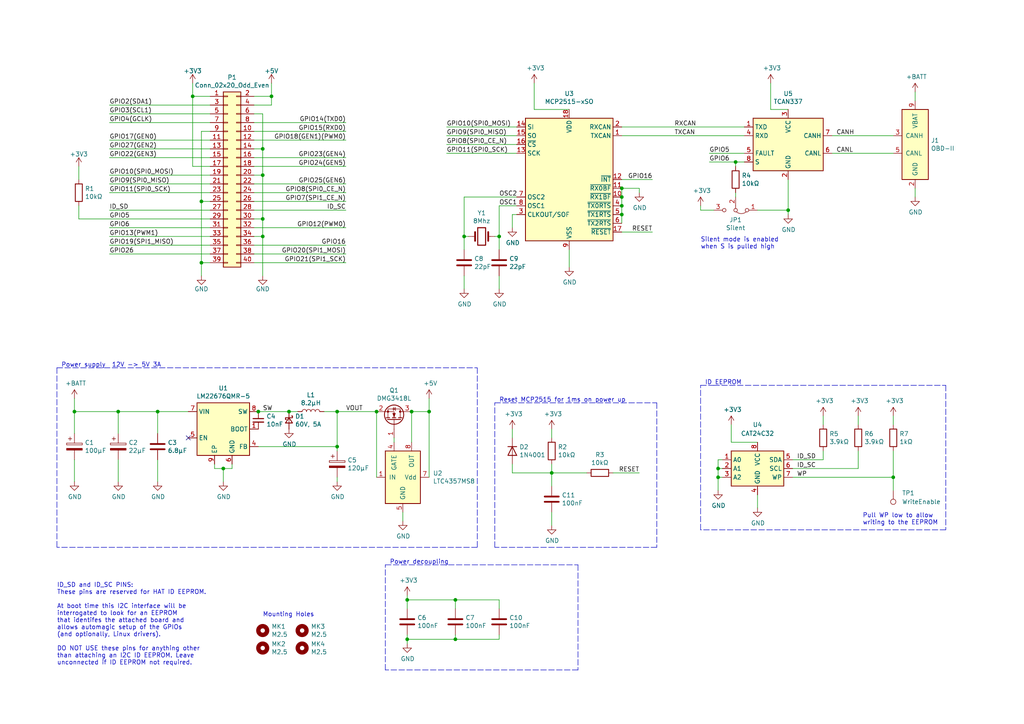
<source format=kicad_sch>
(kicad_sch (version 20210621) (generator eeschema)
  (paper "A4")
  (title_block (title "OBD-II PiHAT") (date "2021-12-01") (rev "v1.0"))
  (lib_symbols
    (symbol "Connector:TestPoint" (pin_numbers hide) (pin_names (offset 0.762) hide)
      (property "Reference" "TP" (at 0 6.858 0))
      (property "Value" "TestPoint" (at 0 5.08 0))
      (symbol "TestPoint_0_1"
        (circle (center 0 3.302) (radius 0.762))
      )
      (symbol "TestPoint_1_1"
        (pin passive line (at 0 0 90) (length 2.54) (name "1") (number "1"))
      )
    )
    (symbol "Connector_Generic:Conn_02x20_Odd_Even" (pin_names (offset 1.016) hide)
      (property "Reference" "J" (at 1.27 25.4 0))
      (property "Value" "Conn_02x20_Odd_Even" (at 1.27 -27.94 0))
      (symbol "Conn_02x20_Odd_Even_1_1"
        (rectangle (start -1.27 -25.273) (end 0 -25.527) (stroke (width 0.1524)))
        (rectangle (start -1.27 -22.733) (end 0 -22.987) (stroke (width 0.1524)))
        (rectangle (start -1.27 -20.193) (end 0 -20.447) (stroke (width 0.1524)))
        (rectangle (start -1.27 -17.653) (end 0 -17.907) (stroke (width 0.1524)))
        (rectangle (start -1.27 -15.113) (end 0 -15.367) (stroke (width 0.1524)))
        (rectangle (start -1.27 -12.573) (end 0 -12.827) (stroke (width 0.1524)))
        (rectangle (start -1.27 -10.033) (end 0 -10.287) (stroke (width 0.1524)))
        (rectangle (start -1.27 -7.493) (end 0 -7.747) (stroke (width 0.1524)))
        (rectangle (start -1.27 -4.953) (end 0 -5.207) (stroke (width 0.1524)))
        (rectangle (start -1.27 -2.413) (end 0 -2.667) (stroke (width 0.1524)))
        (rectangle (start -1.27 0.127) (end 0 -0.127) (stroke (width 0.1524)))
        (rectangle (start -1.27 2.667) (end 0 2.413) (stroke (width 0.1524)))
        (rectangle (start -1.27 5.207) (end 0 4.953) (stroke (width 0.1524)))
        (rectangle (start -1.27 7.747) (end 0 7.493) (stroke (width 0.1524)))
        (rectangle (start -1.27 10.287) (end 0 10.033) (stroke (width 0.1524)))
        (rectangle (start -1.27 12.827) (end 0 12.573) (stroke (width 0.1524)))
        (rectangle (start -1.27 15.367) (end 0 15.113) (stroke (width 0.1524)))
        (rectangle (start -1.27 17.907) (end 0 17.653) (stroke (width 0.1524)))
        (rectangle (start -1.27 20.447) (end 0 20.193) (stroke (width 0.1524)))
        (rectangle (start -1.27 22.987) (end 0 22.733) (stroke (width 0.1524)))
        (rectangle (start -1.27 24.13) (end 3.81 -26.67) (stroke (width 0.254)) (fill (type background)))
        (rectangle (start 3.81 -25.273) (end 2.54 -25.527) (stroke (width 0.1524)))
        (rectangle (start 3.81 -22.733) (end 2.54 -22.987) (stroke (width 0.1524)))
        (rectangle (start 3.81 -20.193) (end 2.54 -20.447) (stroke (width 0.1524)))
        (rectangle (start 3.81 -17.653) (end 2.54 -17.907) (stroke (width 0.1524)))
        (rectangle (start 3.81 -15.113) (end 2.54 -15.367) (stroke (width 0.1524)))
        (rectangle (start 3.81 -12.573) (end 2.54 -12.827) (stroke (width 0.1524)))
        (rectangle (start 3.81 -10.033) (end 2.54 -10.287) (stroke (width 0.1524)))
        (rectangle (start 3.81 -7.493) (end 2.54 -7.747) (stroke (width 0.1524)))
        (rectangle (start 3.81 -4.953) (end 2.54 -5.207) (stroke (width 0.1524)))
        (rectangle (start 3.81 -2.413) (end 2.54 -2.667) (stroke (width 0.1524)))
        (rectangle (start 3.81 0.127) (end 2.54 -0.127) (stroke (width 0.1524)))
        (rectangle (start 3.81 2.667) (end 2.54 2.413) (stroke (width 0.1524)))
        (rectangle (start 3.81 5.207) (end 2.54 4.953) (stroke (width 0.1524)))
        (rectangle (start 3.81 7.747) (end 2.54 7.493) (stroke (width 0.1524)))
        (rectangle (start 3.81 10.287) (end 2.54 10.033) (stroke (width 0.1524)))
        (rectangle (start 3.81 12.827) (end 2.54 12.573) (stroke (width 0.1524)))
        (rectangle (start 3.81 15.367) (end 2.54 15.113) (stroke (width 0.1524)))
        (rectangle (start 3.81 17.907) (end 2.54 17.653) (stroke (width 0.1524)))
        (rectangle (start 3.81 20.447) (end 2.54 20.193) (stroke (width 0.1524)))
        (rectangle (start 3.81 22.987) (end 2.54 22.733) (stroke (width 0.1524)))
        (pin passive line (at -5.08 22.86 0) (length 3.81) (name "Pin_1") (number "1"))
        (pin passive line (at 7.62 12.7 180) (length 3.81) (name "Pin_10") (number "10"))
        (pin passive line (at -5.08 10.16 0) (length 3.81) (name "Pin_11") (number "11"))
        (pin passive line (at 7.62 10.16 180) (length 3.81) (name "Pin_12") (number "12"))
        (pin passive line (at -5.08 7.62 0) (length 3.81) (name "Pin_13") (number "13"))
        (pin passive line (at 7.62 7.62 180) (length 3.81) (name "Pin_14") (number "14"))
        (pin passive line (at -5.08 5.08 0) (length 3.81) (name "Pin_15") (number "15"))
        (pin passive line (at 7.62 5.08 180) (length 3.81) (name "Pin_16") (number "16"))
        (pin passive line (at -5.08 2.54 0) (length 3.81) (name "Pin_17") (number "17"))
        (pin passive line (at 7.62 2.54 180) (length 3.81) (name "Pin_18") (number "18"))
        (pin passive line (at -5.08 0 0) (length 3.81) (name "Pin_19") (number "19"))
        (pin passive line (at 7.62 22.86 180) (length 3.81) (name "Pin_2") (number "2"))
        (pin passive line (at 7.62 0 180) (length 3.81) (name "Pin_20") (number "20"))
        (pin passive line (at -5.08 -2.54 0) (length 3.81) (name "Pin_21") (number "21"))
        (pin passive line (at 7.62 -2.54 180) (length 3.81) (name "Pin_22") (number "22"))
        (pin passive line (at -5.08 -5.08 0) (length 3.81) (name "Pin_23") (number "23"))
        (pin passive line (at 7.62 -5.08 180) (length 3.81) (name "Pin_24") (number "24"))
        (pin passive line (at -5.08 -7.62 0) (length 3.81) (name "Pin_25") (number "25"))
        (pin passive line (at 7.62 -7.62 180) (length 3.81) (name "Pin_26") (number "26"))
        (pin passive line (at -5.08 -10.16 0) (length 3.81) (name "Pin_27") (number "27"))
        (pin passive line (at 7.62 -10.16 180) (length 3.81) (name "Pin_28") (number "28"))
        (pin passive line (at -5.08 -12.7 0) (length 3.81) (name "Pin_29") (number "29"))
        (pin passive line (at -5.08 20.32 0) (length 3.81) (name "Pin_3") (number "3"))
        (pin passive line (at 7.62 -12.7 180) (length 3.81) (name "Pin_30") (number "30"))
        (pin passive line (at -5.08 -15.24 0) (length 3.81) (name "Pin_31") (number "31"))
        (pin passive line (at 7.62 -15.24 180) (length 3.81) (name "Pin_32") (number "32"))
        (pin passive line (at -5.08 -17.78 0) (length 3.81) (name "Pin_33") (number "33"))
        (pin passive line (at 7.62 -17.78 180) (length 3.81) (name "Pin_34") (number "34"))
        (pin passive line (at -5.08 -20.32 0) (length 3.81) (name "Pin_35") (number "35"))
        (pin passive line (at 7.62 -20.32 180) (length 3.81) (name "Pin_36") (number "36"))
        (pin passive line (at -5.08 -22.86 0) (length 3.81) (name "Pin_37") (number "37"))
        (pin passive line (at 7.62 -22.86 180) (length 3.81) (name "Pin_38") (number "38"))
        (pin passive line (at -5.08 -25.4 0) (length 3.81) (name "Pin_39") (number "39"))
        (pin passive line (at 7.62 20.32 180) (length 3.81) (name "Pin_4") (number "4"))
        (pin passive line (at 7.62 -25.4 180) (length 3.81) (name "Pin_40") (number "40"))
        (pin passive line (at -5.08 17.78 0) (length 3.81) (name "Pin_5") (number "5"))
        (pin passive line (at 7.62 17.78 180) (length 3.81) (name "Pin_6") (number "6"))
        (pin passive line (at -5.08 15.24 0) (length 3.81) (name "Pin_7") (number "7"))
        (pin passive line (at 7.62 15.24 180) (length 3.81) (name "Pin_8") (number "8"))
        (pin passive line (at -5.08 12.7 0) (length 3.81) (name "Pin_9") (number "9"))
      )
    )
    (symbol "Device:C" (pin_numbers hide) (pin_names (offset 0.254))
      (property "Reference" "C" (at 0.635 2.54 0))
      (property "Value" "C" (at 0.635 -2.54 0))
      (symbol "C_0_1"
        (polyline (pts (xy -2.032 -0.762) (xy 2.032 -0.762)) (stroke (width 0.508)))
        (polyline (pts (xy -2.032 0.762) (xy 2.032 0.762)) (stroke (width 0.508)))
      )
      (symbol "C_1_1"
        (pin passive line (at 0 3.81 270) (length 2.794) (name "~") (number "1"))
        (pin passive line (at 0 -3.81 90) (length 2.794) (name "~") (number "2"))
      )
    )
    (symbol "Device:CP" (pin_numbers hide) (pin_names (offset 0.254))
      (property "Reference" "C" (at 0.635 2.54 0))
      (property "Value" "Device_CP" (at 0.635 -2.54 0))
      (symbol "CP_0_1"
        (rectangle (start -2.286 0.508) (end 2.286 1.016))
        (polyline (pts (xy -1.778 2.286) (xy -0.762 2.286)))
        (polyline (pts (xy -1.27 2.794) (xy -1.27 1.778)))
        (rectangle (start 2.286 -0.508) (end -2.286 -1.016) (fill (type outline)))
      )
      (symbol "CP_1_1"
        (pin passive line (at 0 3.81 270) (length 2.794) (name "~") (number "1"))
        (pin passive line (at 0 -3.81 90) (length 2.794) (name "~") (number "2"))
      )
    )
    (symbol "Device:C_Small" (pin_numbers hide) (pin_names (offset 0.254) hide)
      (property "Reference" "C" (at 0.254 1.778 0))
      (property "Value" "C_Small" (at 0.254 -2.032 0))
      (symbol "C_Small_0_1"
        (polyline (pts (xy -1.524 -0.508) (xy 1.524 -0.508)) (stroke (width 0.3302)))
        (polyline (pts (xy -1.524 0.508) (xy 1.524 0.508)) (stroke (width 0.3048)))
      )
      (symbol "C_Small_1_1"
        (pin passive line (at 0 2.54 270) (length 2.032) (name "~") (number "1"))
        (pin passive line (at 0 -2.54 90) (length 2.032) (name "~") (number "2"))
      )
    )
    (symbol "Device:Crystal" (pin_numbers hide) (pin_names (offset 1.016) hide)
      (property "Reference" "Y" (at 0 3.81 0))
      (property "Value" "Crystal" (at 0 -3.81 0))
      (symbol "Crystal_0_1"
        (rectangle (start -1.143 2.54) (end 1.143 -2.54) (stroke (width 0.3048)))
        (polyline (pts (xy -2.54 0) (xy -1.905 0)))
        (polyline (pts (xy -1.905 -1.27) (xy -1.905 1.27)) (stroke (width 0.508)))
        (polyline (pts (xy 1.905 -1.27) (xy 1.905 1.27)) (stroke (width 0.508)))
        (polyline (pts (xy 2.54 0) (xy 1.905 0)))
      )
      (symbol "Crystal_1_1"
        (pin passive line (at -3.81 0 0) (length 1.27) (name "1") (number "1"))
        (pin passive line (at 3.81 0 180) (length 1.27) (name "2") (number "2"))
      )
    )
    (symbol "Device:D" (pin_numbers hide) (pin_names (offset 1.016) hide)
      (property "Reference" "D" (at 0 2.54 0))
      (property "Value" "D" (at 0 -2.54 0))
      (symbol "D_0_1"
        (polyline (pts (xy -1.27 1.27) (xy -1.27 -1.27)) (stroke (width 0.254)))
        (polyline (pts (xy 1.27 0) (xy -1.27 0)))
        (polyline (pts (xy 1.27 1.27) (xy 1.27 -1.27) (xy -1.27 0) (xy 1.27 1.27)) (stroke (width 0.254)))
      )
      (symbol "D_1_1"
        (pin passive line (at -3.81 0 0) (length 2.54) (name "K") (number "1"))
        (pin passive line (at 3.81 0 180) (length 2.54) (name "A") (number "2"))
      )
    )
    (symbol "Device:D_Schottky_Small" (pin_numbers hide) (pin_names (offset 0.254) hide)
      (property "Reference" "D" (at -1.27 2.032 0))
      (property "Value" "D_Schottky_Small" (at -7.112 -2.032 0))
      (symbol "D_Schottky_Small_0_1"
        (polyline (pts (xy -0.762 0) (xy 0.762 0)))
        (polyline (pts (xy 0.762 -1.016) (xy -0.762 0) (xy 0.762 1.016) (xy 0.762 -1.016)) (stroke (width 0.254)))
        (polyline (pts (xy -1.27 0.762) (xy -1.27 1.016) (xy -0.762 1.016) (xy -0.762 -1.016) (xy -0.254 -1.016) (xy -0.254 -0.762)) (stroke (width 0.254)))
      )
      (symbol "D_Schottky_Small_1_1"
        (pin passive line (at -2.54 0 0) (length 1.778) (name "K") (number "1"))
        (pin passive line (at 2.54 0 180) (length 1.778) (name "A") (number "2"))
      )
    )
    (symbol "Device:L" (pin_numbers hide) (pin_names (offset 1.016) hide)
      (property "Reference" "L" (at -1.27 0 90))
      (property "Value" "L" (at 1.905 0 90))
      (symbol "L_0_1"
        (arc (start 0 -2.54) (mid 0.635 -1.905) (end 0 -1.27))
        (arc (start 0 -1.27) (mid 0.635 -0.635) (end 0 0))
        (arc (start 0 0) (mid 0.635 0.635) (end 0 1.27))
        (arc (start 0 1.27) (mid 0.635 1.905) (end 0 2.54))
      )
      (symbol "L_1_1"
        (pin passive line (at 0 3.81 270) (length 1.27) (name "1") (number "1"))
        (pin passive line (at 0 -3.81 90) (length 1.27) (name "2") (number "2"))
      )
    )
    (symbol "Device:R" (pin_numbers hide) (pin_names (offset 0))
      (property "Reference" "R" (at 2.032 0 90))
      (property "Value" "R" (at 0 0 90))
      (symbol "R_0_1"
        (rectangle (start -1.016 -2.54) (end 1.016 2.54) (stroke (width 0.254)))
      )
      (symbol "R_1_1"
        (pin passive line (at 0 3.81 270) (length 1.27) (name "~") (number "1"))
        (pin passive line (at 0 -3.81 90) (length 1.27) (name "~") (number "2"))
      )
    )
    (symbol "Interface_CAN_LIN:MCP2515-xSO"
      (property "Reference" "U" (at -10.16 19.685 0))
      (property "Value" "MCP2515-xSO" (at 19.05 20.32 0))
      (symbol "MCP2515-xSO_0_1"
        (rectangle (start -12.7 17.78) (end 12.7 -17.78) (stroke (width 0.254)) (fill (type background)))
      )
      (symbol "MCP2515-xSO_1_1"
        (pin output line (at 15.24 12.7 180) (length 2.54) (name "TXCAN") (number "1"))
        (pin output line (at 15.24 -5.08 180) (length 2.54) (name "~{RX1BF}") (number "10"))
        (pin output line (at 15.24 -2.54 180) (length 2.54) (name "~{RX0BF}") (number "11"))
        (pin output line (at 15.24 0 180) (length 2.54) (name "~{INT}") (number "12"))
        (pin input line (at -15.24 7.62 0) (length 2.54) (name "SCK") (number "13"))
        (pin input line (at -15.24 15.24 0) (length 2.54) (name "SI") (number "14"))
        (pin output line (at -15.24 12.7 0) (length 2.54) (name "SO") (number "15"))
        (pin input line (at -15.24 10.16 0) (length 2.54) (name "~{CS}") (number "16"))
        (pin input line (at 15.24 -15.24 180) (length 2.54) (name "~{RESET}") (number "17"))
        (pin power_in line (at 0 20.32 270) (length 2.54) (name "VDD") (number "18"))
        (pin input line (at 15.24 15.24 180) (length 2.54) (name "RXCAN") (number "2"))
        (pin output line (at -15.24 -10.16 0) (length 2.54) (name "CLKOUT/SOF") (number "3"))
        (pin input line (at 15.24 -7.62 180) (length 2.54) (name "~{TX0RTS}") (number "4"))
        (pin input line (at 15.24 -10.16 180) (length 2.54) (name "~{TX1RTS}") (number "5"))
        (pin input line (at 15.24 -12.7 180) (length 2.54) (name "~{TX2RTS}") (number "6"))
        (pin output line (at -15.24 -5.08 0) (length 2.54) (name "OSC2") (number "7"))
        (pin input line (at -15.24 -7.62 0) (length 2.54) (name "OSC1") (number "8"))
        (pin power_in line (at 0 -20.32 90) (length 2.54) (name "VSS") (number "9"))
      )
    )
    (symbol "Interface_CAN_LIN:TCAN337"
      (property "Reference" "U" (at -10.16 8.89 0))
      (property "Value" "TCAN337" (at 2.54 8.89 0))
      (symbol "TCAN337_0_1"
        (rectangle (start -10.16 7.62) (end 10.16 -7.62) (stroke (width 0.254)) (fill (type background)))
      )
      (symbol "TCAN337_1_1"
        (pin input line (at -12.7 5.08 0) (length 2.54) (name "TXD") (number "1"))
        (pin power_in line (at 0 -10.16 90) (length 2.54) (name "GND") (number "2"))
        (pin power_in line (at 0 10.16 270) (length 2.54) (name "VCC") (number "3"))
        (pin tri_state line (at -12.7 2.54 0) (length 2.54) (name "RXD") (number "4"))
        (pin open_collector line (at -12.7 -2.54 0) (length 2.54) (name "FAULT") (number "5"))
        (pin bidirectional line (at 12.7 -2.54 180) (length 2.54) (name "CANL") (number "6"))
        (pin bidirectional line (at 12.7 2.54 180) (length 2.54) (name "CANH") (number "7"))
        (pin input line (at -12.7 -5.08 0) (length 2.54) (name "S") (number "8"))
      )
    )
    (symbol "Jumper:Jumper_3_Bridged12" (pin_names (offset 0) hide)
      (property "Reference" "JP" (at -2.54 -2.54 0))
      (property "Value" "Jumper_3_Bridged12" (at 0 2.794 0))
      (symbol "Jumper_3_Bridged12_0_0"
        (circle (center -3.302 0) (radius 0.508))
        (circle (center 0 0) (radius 0.508))
        (circle (center 3.302 0) (radius 0.508))
      )
      (symbol "Jumper_3_Bridged12_0_1"
        (arc (start -0.254 0.508) (mid -1.651 0.9912) (end -3.048 0.508))
        (polyline (pts (xy 0 -1.27) (xy 0 -0.508)))
      )
      (symbol "Jumper_3_Bridged12_1_1"
        (pin passive line (at -6.35 0 0) (length 2.54) (name "A") (number "1"))
        (pin input line (at 0 -3.81 90) (length 2.54) (name "C") (number "2"))
        (pin passive line (at 6.35 0 180) (length 2.54) (name "B") (number "3"))
      )
    )
    (symbol "Memory_EEPROM:CAT24C128"
      (property "Reference" "U" (at -6.35 6.35 0))
      (property "Value" "CAT24C128" (at 1.27 6.35 0))
      (symbol "CAT24C128_1_1"
        (rectangle (start -7.62 5.08) (end 7.62 -5.08) (stroke (width 0.254)) (fill (type background)))
        (pin input line (at -10.16 2.54 0) (length 2.54) (name "A0") (number "1"))
        (pin input line (at -10.16 0 0) (length 2.54) (name "A1") (number "2"))
        (pin input line (at -10.16 -2.54 0) (length 2.54) (name "A2") (number "3"))
        (pin power_in line (at 0 -7.62 90) (length 2.54) (name "GND") (number "4"))
        (pin bidirectional line (at 10.16 2.54 180) (length 2.54) (name "SDA") (number "5"))
        (pin input line (at 10.16 0 180) (length 2.54) (name "SCL") (number "6"))
        (pin input line (at 10.16 -2.54 180) (length 2.54) (name "WP") (number "7"))
        (pin power_in line (at 0 7.62 270) (length 2.54) (name "VCC") (number "8"))
      )
    )
    (symbol "Power_Management:LTC4357MS8" (pin_names (offset 1.016))
      (property "Reference" "U" (at 6.35 6.35 0))
      (property "Value" "LTC4357MS8" (at 6.35 -6.35 0))
      (symbol "LTC4357MS8_0_1"
        (rectangle (start -5.08 7.62) (end 5.08 -7.62) (stroke (width 0.254)) (fill (type background)))
      )
      (symbol "LTC4357MS8_1_1"
        (pin input line (at -7.62 0 0) (length 2.54) (name "IN") (number "1"))
        (pin no_connect line (at -7.62 -2.54 0) (length 2.54) hide (name "NC") (number "2"))
        (pin no_connect line (at -7.62 -5.08 0) (length 2.54) hide (name "NC") (number "3"))
        (pin output line (at -2.54 10.16 270) (length 2.54) (name "GATE") (number "4"))
        (pin power_in line (at 0 -10.16 90) (length 2.54) (name "GND") (number "5"))
        (pin no_connect line (at 2.54 -10.16 90) (length 2.54) hide (name "NC") (number "6"))
        (pin power_in line (at 7.62 0 180) (length 2.54) (name "Vdd") (number "7"))
        (pin input line (at 2.54 10.16 270) (length 2.54) (name "OUT") (number "8"))
      )
    )
    (symbol "Regulator_Switching:LM22676MR-5"
      (property "Reference" "U" (at -6.35 8.89 0))
      (property "Value" "LM22676MR-5" (at 5.08 8.89 0))
      (symbol "LM22676MR-5_0_1"
        (rectangle (start -7.62 7.62) (end 7.62 -7.62) (stroke (width 0.254)) (fill (type background)))
      )
      (symbol "LM22676MR-5_1_1"
        (pin input line (at 10.16 0 180) (length 2.54) (name "BOOT") (number "1"))
        (pin no_connect line (at -7.62 2.54 0) (length 2.54) hide (name "NC") (number "2"))
        (pin no_connect line (at -7.62 0 0) (length 2.54) hide (name "NC") (number "3"))
        (pin input line (at 10.16 -5.08 180) (length 2.54) (name "FB") (number "4"))
        (pin input line (at -10.16 -2.54 0) (length 2.54) (name "EN") (number "5"))
        (pin power_in line (at 2.54 -10.16 90) (length 2.54) (name "GND") (number "6"))
        (pin power_in line (at -10.16 5.08 0) (length 2.54) (name "VIN") (number "7"))
        (pin power_out line (at 10.16 5.08 180) (length 2.54) (name "SW") (number "8"))
        (pin power_in line (at -2.54 -10.16 90) (length 2.54) (name "EP") (number "9"))
      )
    )
    (symbol "Transistor_FET:DMG3418L" (pin_names hide)
      (property "Reference" "Q" (at 5.08 1.905 0))
      (property "Value" "DMG3418L" (at 5.08 0 0))
      (symbol "DMG3418L_0_1"
        (polyline (pts (xy 0.254 0) (xy -2.54 0)))
        (polyline (pts (xy 0.254 1.905) (xy 0.254 -1.905)) (stroke (width 0.254)))
        (polyline (pts (xy 0.762 -1.27) (xy 0.762 -2.286)) (stroke (width 0.254)))
        (polyline (pts (xy 0.762 0.508) (xy 0.762 -0.508)) (stroke (width 0.254)))
        (polyline (pts (xy 0.762 2.286) (xy 0.762 1.27)) (stroke (width 0.254)))
        (polyline (pts (xy 2.54 2.54) (xy 2.54 1.778)))
        (polyline (pts (xy 2.54 -2.54) (xy 2.54 0) (xy 0.762 0)))
        (polyline (pts (xy 0.762 -1.778) (xy 3.302 -1.778) (xy 3.302 1.778) (xy 0.762 1.778)))
        (polyline (pts (xy 1.016 0) (xy 2.032 0.381) (xy 2.032 -0.381) (xy 1.016 0)) (fill (type outline)))
        (polyline (pts (xy 2.794 0.508) (xy 2.921 0.381) (xy 3.683 0.381) (xy 3.81 0.254)))
        (polyline (pts (xy 3.302 0.381) (xy 2.921 -0.254) (xy 3.683 -0.254) (xy 3.302 0.381)))
        (circle (center 1.651 0) (radius 2.794) (stroke (width 0.254)))
        (circle (center 2.54 -1.778) (radius 0.254) (fill (type outline)))
        (circle (center 2.54 1.778) (radius 0.254) (fill (type outline)))
      )
      (symbol "DMG3418L_1_1"
        (pin input line (at -5.08 0 0) (length 2.54) (name "G") (number "1"))
        (pin passive line (at 2.54 -5.08 90) (length 2.54) (name "S") (number "2"))
        (pin passive line (at 2.54 5.08 270) (length 2.54) (name "D") (number "3"))
      )
    )
    (symbol "car-rescue:Mounting_Hole-Mechanical" (pin_names (offset 1.016))
      (property "Reference" "MK" (at 0 5.08 0))
      (property "Value" "Mounting_Hole-Mechanical" (at 0 3.175 0))
      (symbol "Mounting_Hole-Mechanical_0_1"
        (circle (center 0 0) (radius 1.27) (stroke (width 1.27)))
      )
    )
    (symbol "obd-ii:OBD-II" (pin_names (offset 0.9906))
      (property "Reference" "J" (at 0 17.78 0))
      (property "Value" "OBD-II" (at 7.62 0 0))
      (symbol "OBD-II_0_0"
        (pin no_connect line (at 6.35 0 180) (length 2.54) hide (name "X") (number "1"))
        (pin no_connect line (at 6.35 0 180) (length 2.54) hide (name "X") (number "4"))
        (pin no_connect line (at 6.35 0 180) (length 2.54) hide (name "X") (number "6"))
        (pin no_connect line (at 6.35 0 180) (length 2.54) hide (name "X") (number "7"))
        (pin no_connect line (at 6.35 0 180) (length 2.54) hide (name "X") (number "8"))
      )
      (symbol "OBD-II_1_1"
        (rectangle (start -3.81 10.16) (end 3.81 -10.16) (stroke (width 0.254)) (fill (type background)))
        (pin power_out line (at 0 -12.7 90) (length 2.54) (name "GND") (number "2"))
        (pin bidirectional line (at -6.35 2.54 0) (length 2.54) (name "CANH") (number "3"))
        (pin bidirectional line (at -6.35 -2.54 0) (length 2.54) (name "CANL") (number "5"))
        (pin power_out line (at 0 12.7 270) (length 2.54) (name "VBAT") (number "9"))
      )
    )
    (symbol "power:+3.3V" (power) (pin_names (offset 0))
      (property "Value" "+3.3V" (at 0 3.556 0))
      (symbol "+3.3V_0_1"
        (polyline (pts (xy -0.762 1.27) (xy 0 2.54)))
        (polyline (pts (xy 0 0) (xy 0 2.54)))
        (polyline (pts (xy 0 2.54) (xy 0.762 1.27)))
      )
      (symbol "+3.3V_1_1"
        (pin power_in line (at 0 0 90) (length 0) hide (name "+3V3") (number "1"))
      )
    )
    (symbol "power:+5V" (power) (pin_names (offset 0))
      (property "Value" "+5V" (at 0 3.556 0))
      (symbol "+5V_0_1"
        (polyline (pts (xy -0.762 1.27) (xy 0 2.54)))
        (polyline (pts (xy 0 0) (xy 0 2.54)))
        (polyline (pts (xy 0 2.54) (xy 0.762 1.27)))
      )
      (symbol "+5V_1_1"
        (pin power_in line (at 0 0 90) (length 0) hide (name "+5V") (number "1"))
      )
    )
    (symbol "power:+BATT" (power) (pin_names (offset 0))
      (property "Value" "+BATT" (at 0 3.556 0))
      (symbol "+BATT_0_1"
        (polyline (pts (xy -0.762 1.27) (xy 0 2.54)))
        (polyline (pts (xy 0 0) (xy 0 2.54)))
        (polyline (pts (xy 0 2.54) (xy 0.762 1.27)))
      )
      (symbol "+BATT_1_1"
        (pin power_in line (at 0 0 90) (length 0) hide (name "+BATT") (number "1"))
      )
    )
    (symbol "power:GND" (power) (pin_names (offset 0))
      (property "Value" "GND" (at 0 -3.81 0))
      (symbol "GND_0_1"
        (polyline (pts (xy 0 0) (xy 0 -1.27) (xy 1.27 -1.27) (xy 0 -2.54) (xy -1.27 -1.27) (xy 0 -1.27)))
      )
      (symbol "GND_1_1"
        (pin power_in line (at 0 0 270) (length 0) hide (name "GND") (number "1"))
      )
    )
  )
  (junction (at 180.34 62.23))
  (junction (at 55.88 27.94))
  (junction (at 97.79 119.38))
  (junction (at 76.2 68.58))
  (junction (at 144.78 68.58))
  (junction (at 64.77 135.89))
  (junction (at 180.34 59.69))
  (junction (at 34.29 119.38))
  (junction (at 208.28 135.89))
  (junction (at 118.11 185.42))
  (junction (at 109.22 119.38))
  (junction (at 21.59 119.38))
  (junction (at 160.02 137.16))
  (junction (at 76.2 50.8))
  (junction (at 119.38 119.38))
  (junction (at 134.62 68.58))
  (junction (at 78.74 27.94))
  (junction (at 180.34 54.61))
  (junction (at 58.42 76.2))
  (junction (at 76.2 63.5))
  (junction (at 132.08 185.42))
  (junction (at 76.2 43.18))
  (junction (at 124.46 119.38))
  (junction (at 83.82 119.38))
  (junction (at 118.11 173.99))
  (junction (at 259.08 138.43))
  (junction (at 208.28 138.43))
  (junction (at 45.72 119.38))
  (junction (at 180.34 57.15))
  (junction (at 97.79 129.54))
  (junction (at 228.6 60.96))
  (junction (at 213.36 46.99))
  (junction (at 74.93 119.38))
  (junction (at 132.08 173.99))
  (junction (at 58.42 58.42))
  (no_connect (at 54.61 127))
  (polyline (pts (xy 16.51 106.68) (xy 138.43 106.68)))
  (wire (pts (xy 180.34 39.37) (xy 215.9 39.37)))
  (wire (pts (xy 64.77 135.89) (xy 67.31 135.89)))
  (wire (pts (xy 259.08 130.81) (xy 259.08 138.43)))
  (wire (pts (xy 76.2 63.5) (xy 76.2 68.58)))
  (wire (pts (xy 241.3 44.45) (xy 259.08 44.45)))
  (wire (pts (xy 208.28 138.43) (xy 208.28 142.24)))
  (wire (pts (xy 208.28 135.89) (xy 208.28 138.43)))
  (wire (pts (xy 208.28 133.35) (xy 208.28 135.89)))
  (wire (pts (xy 209.55 133.35) (xy 208.28 133.35)))
  (wire (pts (xy 22.86 48.26) (xy 22.86 52.07)))
  (wire (pts (xy 55.88 24.13) (xy 55.88 27.94)))
  (wire (pts (xy 76.2 33.02) (xy 73.66 33.02)))
  (wire (pts (xy 31.75 71.12) (xy 60.96 71.12)))
  (wire (pts (xy 165.1 31.75) (xy 154.94 31.75)))
  (polyline (pts (xy 16.51 106.68) (xy 16.51 158.75)))
  (wire (pts (xy 45.72 133.35) (xy 45.72 139.7)))
  (polyline (pts (xy 143.51 158.75) (xy 143.51 116.84)))
  (wire (pts (xy 259.08 138.43) (xy 259.08 142.24)))
  (polyline (pts (xy 167.64 163.83) (xy 167.64 194.31)))
  (wire (pts (xy 203.2 59.69) (xy 203.2 60.96)))
  (wire (pts (xy 116.84 148.59) (xy 116.84 151.13)))
  (wire (pts (xy 34.29 125.73) (xy 34.29 119.38)))
  (wire (pts (xy 109.22 119.38) (xy 109.22 138.43)))
  (wire (pts (xy 132.08 184.15) (xy 132.08 185.42)))
  (wire (pts (xy 76.2 50.8) (xy 76.2 63.5)))
  (wire (pts (xy 149.86 59.69) (xy 144.78 59.69)))
  (wire (pts (xy 58.42 38.1) (xy 58.42 58.42)))
  (wire (pts (xy 97.79 119.38) (xy 97.79 129.54)))
  (wire (pts (xy 62.23 134.62) (xy 62.23 135.89)))
  (wire (pts (xy 228.6 60.96) (xy 228.6 62.23)))
  (wire (pts (xy 134.62 57.15) (xy 149.86 57.15)))
  (wire (pts (xy 148.59 134.62) (xy 148.59 137.16)))
  (wire (pts (xy 73.66 66.04) (xy 100.33 66.04)))
  (wire (pts (xy 180.34 59.69) (xy 180.34 62.23)))
  (wire (pts (xy 73.66 55.88) (xy 100.33 55.88)))
  (wire (pts (xy 74.93 129.54) (xy 97.79 129.54)))
  (wire (pts (xy 208.28 138.43) (xy 209.55 138.43)))
  (wire (pts (xy 241.3 39.37) (xy 259.08 39.37)))
  (wire (pts (xy 180.34 57.15) (xy 180.34 59.69)))
  (wire (pts (xy 248.92 135.89) (xy 248.92 130.81)))
  (wire (pts (xy 149.86 62.23) (xy 148.59 62.23)))
  (wire (pts (xy 60.96 68.58) (xy 31.75 68.58)))
  (wire (pts (xy 205.74 46.99) (xy 213.36 46.99)))
  (wire (pts (xy 118.11 176.53) (xy 118.11 173.99)))
  (wire (pts (xy 208.28 135.89) (xy 209.55 135.89)))
  (wire (pts (xy 124.46 115.57) (xy 124.46 119.38)))
  (wire (pts (xy 74.93 119.38) (xy 83.82 119.38)))
  (wire (pts (xy 114.3 128.27) (xy 114.3 127)))
  (wire (pts (xy 21.59 133.35) (xy 21.59 139.7)))
  (wire (pts (xy 31.75 43.18) (xy 60.96 43.18)))
  (wire (pts (xy 219.71 60.96) (xy 228.6 60.96)))
  (polyline (pts (xy 138.43 106.68) (xy 138.43 158.75)))
  (wire (pts (xy 165.1 72.39) (xy 165.1 77.47)))
  (wire (pts (xy 118.11 184.15) (xy 118.11 185.42)))
  (wire (pts (xy 129.54 36.83) (xy 149.86 36.83)))
  (wire (pts (xy 180.34 52.07) (xy 189.23 52.07)))
  (wire (pts (xy 58.42 38.1) (xy 60.96 38.1)))
  (wire (pts (xy 148.59 127) (xy 148.59 124.46)))
  (wire (pts (xy 228.6 52.07) (xy 228.6 60.96)))
  (wire (pts (xy 93.98 119.38) (xy 97.79 119.38)))
  (wire (pts (xy 97.79 138.43) (xy 97.79 139.7)))
  (wire (pts (xy 148.59 62.23) (xy 148.59 66.04)))
  (wire (pts (xy 73.66 76.2) (xy 100.33 76.2)))
  (wire (pts (xy 73.66 35.56) (xy 100.33 35.56)))
  (wire (pts (xy 180.34 54.61) (xy 185.42 54.61)))
  (wire (pts (xy 185.42 54.61) (xy 185.42 55.88)))
  (polyline (pts (xy 111.76 194.31) (xy 111.76 163.83)))
  (polyline (pts (xy 190.5 158.75) (xy 143.51 158.75)))
  (wire (pts (xy 58.42 58.42) (xy 58.42 76.2)))
  (wire (pts (xy 213.36 55.88) (xy 213.36 57.15)))
  (wire (pts (xy 67.31 135.89) (xy 67.31 134.62)))
  (wire (pts (xy 58.42 76.2) (xy 60.96 76.2)))
  (wire (pts (xy 58.42 76.2) (xy 58.42 80.01)))
  (wire (pts (xy 55.88 27.94) (xy 60.96 27.94)))
  (wire (pts (xy 76.2 63.5) (xy 73.66 63.5)))
  (wire (pts (xy 22.86 63.5) (xy 60.96 63.5)))
  (wire (pts (xy 259.08 120.65) (xy 259.08 123.19)))
  (wire (pts (xy 45.72 119.38) (xy 54.61 119.38)))
  (wire (pts (xy 64.77 135.89) (xy 64.77 139.7)))
  (wire (pts (xy 34.29 133.35) (xy 34.29 139.7)))
  (wire (pts (xy 180.34 36.83) (xy 215.9 36.83)))
  (wire (pts (xy 180.34 67.31) (xy 189.23 67.31)))
  (wire (pts (xy 180.34 54.61) (xy 180.34 57.15)))
  (wire (pts (xy 58.42 58.42) (xy 60.96 58.42)))
  (wire (pts (xy 73.66 58.42) (xy 100.33 58.42)))
  (wire (pts (xy 31.75 55.88) (xy 60.96 55.88)))
  (wire (pts (xy 118.11 185.42) (xy 118.11 186.69)))
  (wire (pts (xy 34.29 119.38) (xy 45.72 119.38)))
  (wire (pts (xy 60.96 40.64) (xy 31.75 40.64)))
  (wire (pts (xy 160.02 140.97) (xy 160.02 137.16)))
  (wire (pts (xy 219.71 143.51) (xy 219.71 147.32)))
  (wire (pts (xy 97.79 129.54) (xy 97.79 130.81)))
  (wire (pts (xy 21.59 115.57) (xy 21.59 119.38)))
  (wire (pts (xy 60.96 50.8) (xy 31.75 50.8)))
  (wire (pts (xy 73.66 45.72) (xy 100.33 45.72)))
  (wire (pts (xy 213.36 46.99) (xy 213.36 48.26)))
  (wire (pts (xy 177.8 137.16) (xy 185.42 137.16)))
  (wire (pts (xy 180.34 62.23) (xy 180.34 64.77)))
  (polyline (pts (xy 274.32 111.76) (xy 274.32 153.67)))
  (polyline (pts (xy 203.2 111.76) (xy 207.01 111.76)))
  (polyline (pts (xy 203.2 153.67) (xy 203.2 111.76)))
  (polyline (pts (xy 274.32 153.67) (xy 203.2 153.67)))
  (polyline (pts (xy 207.01 111.76) (xy 274.32 111.76)))
  (wire (pts (xy 73.66 73.66) (xy 100.33 73.66)))
  (wire (pts (xy 238.76 133.35) (xy 238.76 130.81)))
  (wire (pts (xy 129.54 44.45) (xy 149.86 44.45)))
  (wire (pts (xy 76.2 68.58) (xy 73.66 68.58)))
  (wire (pts (xy 144.78 185.42) (xy 144.78 184.15)))
  (wire (pts (xy 132.08 185.42) (xy 144.78 185.42)))
  (wire (pts (xy 73.66 71.12) (xy 100.33 71.12)))
  (wire (pts (xy 205.74 44.45) (xy 215.9 44.45)))
  (wire (pts (xy 143.51 68.58) (xy 144.78 68.58)))
  (wire (pts (xy 73.66 38.1) (xy 100.33 38.1)))
  (wire (pts (xy 160.02 137.16) (xy 160.02 134.62)))
  (wire (pts (xy 60.96 60.96) (xy 31.75 60.96)))
  (wire (pts (xy 160.02 127) (xy 160.02 124.46)))
  (wire (pts (xy 248.92 120.65) (xy 248.92 123.19)))
  (wire (pts (xy 132.08 173.99) (xy 132.08 176.53)))
  (wire (pts (xy 134.62 72.39) (xy 134.62 68.58)))
  (wire (pts (xy 73.66 40.64) (xy 100.33 40.64)))
  (wire (pts (xy 31.75 66.04) (xy 60.96 66.04)))
  (wire (pts (xy 215.9 46.99) (xy 213.36 46.99)))
  (wire (pts (xy 76.2 68.58) (xy 76.2 80.01)))
  (wire (pts (xy 76.2 50.8) (xy 73.66 50.8)))
  (wire (pts (xy 223.52 24.13) (xy 223.52 31.75)))
  (wire (pts (xy 45.72 125.73) (xy 45.72 119.38)))
  (wire (pts (xy 62.23 135.89) (xy 64.77 135.89)))
  (wire (pts (xy 76.2 43.18) (xy 76.2 50.8)))
  (wire (pts (xy 148.59 137.16) (xy 160.02 137.16)))
  (wire (pts (xy 134.62 68.58) (xy 135.89 68.58)))
  (polyline (pts (xy 143.51 116.84) (xy 190.5 116.84)))
  (wire (pts (xy 76.2 43.18) (xy 73.66 43.18)))
  (wire (pts (xy 21.59 125.73) (xy 21.59 119.38)))
  (wire (pts (xy 134.62 57.15) (xy 134.62 68.58)))
  (wire (pts (xy 78.74 27.94) (xy 78.74 30.48)))
  (wire (pts (xy 223.52 31.75) (xy 228.6 31.75)))
  (wire (pts (xy 212.09 128.27) (xy 219.71 128.27)))
  (wire (pts (xy 212.09 123.19) (xy 212.09 128.27)))
  (wire (pts (xy 160.02 148.59) (xy 160.02 152.4)))
  (wire (pts (xy 76.2 33.02) (xy 76.2 43.18)))
  (wire (pts (xy 78.74 30.48) (xy 73.66 30.48)))
  (wire (pts (xy 31.75 73.66) (xy 60.96 73.66)))
  (wire (pts (xy 21.59 119.38) (xy 34.29 119.38)))
  (wire (pts (xy 73.66 48.26) (xy 100.33 48.26)))
  (wire (pts (xy 118.11 173.99) (xy 118.11 172.72)))
  (wire (pts (xy 118.11 185.42) (xy 132.08 185.42)))
  (polyline (pts (xy 111.76 163.83) (xy 167.64 163.83)))
  (wire (pts (xy 97.79 119.38) (xy 109.22 119.38)))
  (wire (pts (xy 78.74 27.94) (xy 73.66 27.94)))
  (wire (pts (xy 129.54 41.91) (xy 149.86 41.91)))
  (wire (pts (xy 265.43 54.61) (xy 265.43 57.15)))
  (wire (pts (xy 265.43 26.67) (xy 265.43 29.21)))
  (wire (pts (xy 124.46 119.38) (xy 119.38 119.38)))
  (wire (pts (xy 55.88 27.94) (xy 55.88 48.26)))
  (wire (pts (xy 78.74 24.13) (xy 78.74 27.94)))
  (wire (pts (xy 119.38 119.38) (xy 119.38 128.27)))
  (wire (pts (xy 31.75 45.72) (xy 60.96 45.72)))
  (wire (pts (xy 118.11 173.99) (xy 132.08 173.99)))
  (wire (pts (xy 31.75 33.02) (xy 60.96 33.02)))
  (wire (pts (xy 203.2 60.96) (xy 207.01 60.96)))
  (wire (pts (xy 144.78 72.39) (xy 144.78 68.58)))
  (wire (pts (xy 73.66 53.34) (xy 100.33 53.34)))
  (wire (pts (xy 129.54 39.37) (xy 149.86 39.37)))
  (wire (pts (xy 160.02 137.16) (xy 170.18 137.16)))
  (wire (pts (xy 124.46 138.43) (xy 124.46 119.38)))
  (wire (pts (xy 134.62 80.01) (xy 134.62 83.82)))
  (polyline (pts (xy 190.5 116.84) (xy 190.5 158.75)))
  (wire (pts (xy 144.78 59.69) (xy 144.78 68.58)))
  (wire (pts (xy 229.87 135.89) (xy 248.92 135.89)))
  (wire (pts (xy 73.66 60.96) (xy 100.33 60.96)))
  (wire (pts (xy 83.82 119.38) (xy 86.36 119.38)))
  (wire (pts (xy 154.94 31.75) (xy 154.94 24.13)))
  (wire (pts (xy 144.78 173.99) (xy 144.78 176.53)))
  (wire (pts (xy 132.08 173.99) (xy 144.78 173.99)))
  (wire (pts (xy 55.88 48.26) (xy 60.96 48.26)))
  (wire (pts (xy 60.96 30.48) (xy 31.75 30.48)))
  (wire (pts (xy 238.76 120.65) (xy 238.76 123.19)))
  (polyline (pts (xy 167.64 194.31) (xy 111.76 194.31)))
  (wire (pts (xy 144.78 80.01) (xy 144.78 83.82)))
  (wire (pts (xy 229.87 133.35) (xy 238.76 133.35)))
  (wire (pts (xy 229.87 138.43) (xy 259.08 138.43)))
  (wire (pts (xy 31.75 53.34) (xy 60.96 53.34)))
  (polyline (pts (xy 138.43 158.75) (xy 16.51 158.75)))
  (wire (pts (xy 31.75 35.56) (xy 60.96 35.56)))
  (wire (pts (xy 22.86 59.69) (xy 22.86 63.5)))
  (text "Mounting Holes" (at 76.2 179.07 0) (effects (font (size 1.27 1.27)) (justify left bottom)))
  (text "ID_SD and ID_SC PINS:\nThese pins are reserved for HAT ID EEPROM.\n\nAt boot time this I2C interface will be\ninterrogated to look for an EEPROM\nthat identifes the attached board and\nallows automagic setup of the GPIOs\n(and optionally, Linux drivers).\n\nDO NOT USE these pins for anything other\nthan attaching an I2C ID EEPROM. Leave\nunconnected if ID EEPROM not required." (at 16.51 193.04 0) (effects (font (size 1.27 1.27)) (justify left bottom)))
  (text "Reset MCP2515 for 1ms on power up" (at 144.78 116.84 0) (effects (font (size 1.27 1.27)) (justify left bottom)))
  (text "Power supply  12V -> 5V 3A" (at 17.78 106.68 0) (effects (font (size 1.27 1.27)) (justify left bottom)))
  (text "Silent mode is enabled\nwhen S is pulled high" (at 203.2 72.39 0) (effects (font (size 1.27 1.27)) (justify left bottom)))
  (text "ID EEPROM" (at 204.47 111.76 0) (effects (font (size 1.27 1.27)) (justify left bottom)))
  (text "Pull WP low to allow \nwriting to the EEPROM" (at 250.19 152.4 0) (effects (font (size 1.27 1.27)) (justify left bottom)))
  (text "Power decoupling" (at 113.03 163.83 0) (effects (font (size 1.27 1.27)) (justify left bottom)))
  (label "GPIO17(GEN0)" (at 31.75 40.64 0))
  (label "GPIO14(TXD0)" (at 100.33 35.56 180))
  (label "ID_SC" (at 231.14 135.89 0))
  (label "GPIO6" (at 31.75 66.04 0))
  (label "GPIO9(SPI0_MISO)" (at 31.75 53.34 0))
  (label "RXCAN" (at 195.58 36.83 0))
  (label "GPIO10(SPI0_MOSI)" (at 129.54 36.83 0))
  (label "TXCAN" (at 195.58 39.37 0))
  (label "RESET" (at 189.23 67.31 180))
  (label "GPIO16" (at 100.33 71.12 180))
  (label "GPIO26" (at 31.75 73.66 0))
  (label "ID_SD" (at 31.75 60.96 0))
  (label "CANL" (at 242.57 44.45 0))
  (label "OSC1" (at 144.78 59.69 0))
  (label "GPIO19(SPI1_MISO)" (at 31.75 71.12 0))
  (label "RESET" (at 185.42 137.16 180))
  (label "ID_SC" (at 100.33 60.96 180))
  (label "GPIO2(SDA1)" (at 31.75 30.48 0))
  (label "OSC2" (at 144.78 57.15 0))
  (label "ID_SD" (at 231.14 133.35 0))
  (label "GPIO13(PWM1)" (at 31.75 68.58 0))
  (label "GPIO27(GEN2)" (at 31.75 43.18 0))
  (label "WP" (at 231.14 138.43 0))
  (label "GPIO12(PWM0)" (at 100.33 66.04 180))
  (label "GPIO15(RXD0)" (at 100.33 38.1 180))
  (label "GPIO24(GEN5)" (at 100.33 48.26 180))
  (label "GPIO8(SPI0_CE_N)" (at 129.54 41.91 0))
  (label "GPIO3(SCL1)" (at 31.75 33.02 0))
  (label "GPIO6" (at 205.74 46.99 0))
  (label "GPIO20(SPI1_MOSI)" (at 100.33 73.66 180))
  (label "GPIO21(SPI1_SCK)" (at 100.33 76.2 180))
  (label "VOUT" (at 100.33 119.38 0))
  (label "GPIO23(GEN4)" (at 100.33 45.72 180))
  (label "GPIO22(GEN3)" (at 31.75 45.72 0))
  (label "GPIO5" (at 205.74 44.45 0))
  (label "GPIO18(GEN1)(PWM0)" (at 100.33 40.64 180))
  (label "GPIO9(SPI0_MISO)" (at 129.54 39.37 0))
  (label "GPIO4(GCLK)" (at 31.75 35.56 0))
  (label "GPIO5" (at 31.75 63.5 0))
  (label "GPIO11(SPI0_SCK)" (at 129.54 44.45 0))
  (label "CANH" (at 242.57 39.37 0))
  (label "GPIO7(SPI1_CE_N)" (at 100.33 58.42 180))
  (label "GPIO25(GEN6)" (at 100.33 53.34 180))
  (label "GPIO10(SPI0_MOSI)" (at 31.75 50.8 0))
  (label "SW" (at 76.2 119.38 0))
  (label "GPIO11(SPI0_SCK)" (at 31.75 55.88 0))
  (label "GPIO16" (at 189.23 52.07 180))
  (label "GPIO8(SPI0_CE_N)" (at 100.33 55.88 180))
  (symbol (lib_id "power:+5V") (at 78.74 24.13 0) (unit 1)
    (property "Reference" "#PWR010" (effects hide))
    (property "Value" "+5V" (at 78.74 20.574 0))
  )
  (symbol (lib_id "power:+3.3V") (at 55.88 24.13 0) (unit 1)
    (property "Reference" "#PWR06" (effects hide))
    (property "Value" "+3.3V" (at 55.88 20.574 0))
  )
  (symbol (lib_id "power:GND") (at 76.2 80.01 0) (unit 1)
    (property "Reference" "#PWR09" (effects hide))
    (property "Value" "GND" (at 76.2 83.82 0))
  )
  (symbol (lib_id "power:GND") (at 58.42 80.01 0) (unit 1)
    (property "Reference" "#PWR07" (effects hide))
    (property "Value" "GND" (at 58.42 83.82 0))
  )
  (symbol (lib_id "car-rescue:Mounting_Hole-Mechanical") (at 76.2 182.88 0) (unit 1)
    (property "Reference" "MK1" (at 78.74 181.7116 0) (effects (justify left)))
    (property "Value" "M2.5" (at 78.74 184.023 0) (effects (justify left)))
    (property "Footprint" "MountingHole:MountingHole_2.7mm_M2.5" (effects hide))
  )
  (symbol (lib_id "car-rescue:Mounting_Hole-Mechanical") (at 87.63 182.88 0) (unit 1)
    (property "Reference" "MK3" (at 90.17 181.7116 0) (effects (justify left)))
    (property "Value" "M2.5" (at 90.17 184.023 0) (effects (justify left)))
    (property "Footprint" "MountingHole:MountingHole_2.7mm_M2.5" (effects hide))
  )
  (symbol (lib_id "car-rescue:Mounting_Hole-Mechanical") (at 76.2 187.96 0) (unit 1)
    (property "Reference" "MK2" (at 78.74 186.7916 0) (effects (justify left)))
    (property "Value" "M2.5" (at 78.74 189.103 0) (effects (justify left)))
    (property "Footprint" "MountingHole:MountingHole_2.7mm_M2.5" (effects hide))
  )
  (symbol (lib_id "car-rescue:Mounting_Hole-Mechanical") (at 87.63 187.96 0) (unit 1)
    (property "Reference" "MK4" (at 90.17 186.7916 0) (effects (justify left)))
    (property "Value" "M2.5" (at 90.17 189.103 0) (effects (justify left)))
    (property "Footprint" "MountingHole:MountingHole_2.7mm_M2.5" (effects hide))
  )
  (symbol (lib_id "Connector_Generic:Conn_02x20_Odd_Even") (at 66.04 50.8 0) (unit 1)
    (property "Reference" "P1" (at 67.31 22.4282 0))
    (property "Value" "Conn_02x20_Odd_Even" (at 67.31 24.7396 0))
    (property "Footprint" "Connector_PinSocket_2.54mm:PinSocket_2x20_P2.54mm_Vertical" (effects hide))
  )
  (symbol (lib_id "obd-ii:OBD-II") (at 265.43 41.91 0) (unit 1)
    (property "Reference" "J1" (at 270.002 40.7416 0) (effects (justify left)))
    (property "Value" "OBD-II" (at 270.002 43.053 0) (effects (justify left)))
    (property "Footprint" "Connector_Dsub:DSUB-9_Female_Horizontal_P2.77x2.84mm_EdgePinOffset4.94mm_Housed_MountingHolesOffset7.48mm" (effects hide))
    (property "Datasheet" "https://cdn.sparkfun.com/datasheets/Cables/HookUp/DB9-OBD16.jpg" (effects hide))
  )
  (symbol (lib_id "Device:C") (at 134.62 76.2 0) (unit 1)
    (property "Reference" "C8" (at 137.541 75.0316 0) (effects (justify left)))
    (property "Value" "22pF" (at 137.541 77.343 0) (effects (justify left)))
    (property "Footprint" "Capacitor_SMD:C_0805_2012Metric_Pad1.18x1.45mm_HandSolder" (effects hide))
  )
  (symbol (lib_id "Device:C") (at 144.78 76.2 0) (unit 1)
    (property "Reference" "C9" (at 147.701 75.0316 0) (effects (justify left)))
    (property "Value" "22pF" (at 147.701 77.343 0) (effects (justify left)))
    (property "Footprint" "Capacitor_SMD:C_0805_2012Metric_Pad1.18x1.45mm_HandSolder" (effects hide))
  )
  (symbol (lib_id "Interface_CAN_LIN:TCAN337") (at 228.6 41.91 0) (unit 1)
    (property "Reference" "U5" (at 228.6 27.1526 0))
    (property "Value" "TCAN337" (at 228.6 29.464 0))
    (property "Footprint" "Package_SO:SOIC-8_3.9x4.9mm_P1.27mm" (effects hide))
    (property "Datasheet" "http://www.ti.com/lit/ds/symlink/tcan337.pdf" (effects hide))
  )
  (symbol (lib_id "power:GND") (at 228.6 62.23 0) (unit 1)
    (property "Reference" "#PWR031" (effects hide))
    (property "Value" "GND" (at 228.727 66.6242 0))
  )
  (symbol (lib_id "power:GND") (at 165.1 77.47 0) (unit 1)
    (property "Reference" "#PWR024" (effects hide))
    (property "Value" "GND" (at 165.227 81.8642 0))
  )
  (symbol (lib_id "Jumper:Jumper_3_Bridged12") (at 213.36 60.96 180) (unit 1)
    (property "Reference" "JP1" (at 213.36 63.7794 0))
    (property "Value" "Silent" (at 213.36 66.0908 0))
    (property "Footprint" "Connector_PinHeader_2.54mm:PinHeader_1x03_P2.54mm_Vertical" (effects hide))
  )
  (symbol (lib_id "Device:R") (at 22.86 55.88 0) (unit 1)
    (property "Reference" "R1" (at 24.638 54.7116 0) (effects (justify left)))
    (property "Value" "10kΩ" (at 24.638 57.023 0) (effects (justify left)))
    (property "Footprint" "Resistor_SMD:R_0805_2012Metric_Pad1.20x1.40mm_HandSolder" (effects hide))
  )
  (symbol (lib_id "power:+5V") (at 124.46 115.57 0) (unit 1)
    (property "Reference" "#PWR016" (effects hide))
    (property "Value" "+5V" (at 124.841 111.1758 0))
  )
  (symbol (lib_id "power:+BATT") (at 21.59 115.57 0) (unit 1)
    (property "Reference" "#PWR01" (effects hide))
    (property "Value" "+BATT" (at 21.971 111.1758 0))
  )
  (symbol (lib_id "Device:D") (at 148.59 130.81 270) (unit 1)
    (property "Reference" "D2" (at 150.622 129.6416 90) (effects (justify left)))
    (property "Value" "1N4001" (at 150.622 131.953 90) (effects (justify left)))
    (property "Footprint" "Diode_THT:D_DO-41_SOD81_P10.16mm_Horizontal" (effects hide))
  )
  (symbol (lib_id "Device:R") (at 160.02 130.81 0) (unit 1)
    (property "Reference" "R2" (at 161.798 129.6416 0) (effects (justify left)))
    (property "Value" "10kΩ" (at 161.798 131.953 0) (effects (justify left)))
    (property "Footprint" "Resistor_SMD:R_0805_2012Metric_Pad1.20x1.40mm_HandSolder" (effects hide))
  )
  (symbol (lib_id "Device:R") (at 173.99 137.16 90) (unit 1)
    (property "Reference" "R3" (at 173.99 131.9022 90))
    (property "Value" "10kΩ" (at 173.99 134.2136 90))
    (property "Footprint" "Resistor_SMD:R_0805_2012Metric_Pad1.20x1.40mm_HandSolder" (effects hide))
  )
  (symbol (lib_id "Device:C") (at 160.02 144.78 0) (unit 1)
    (property "Reference" "C11" (at 162.941 143.6116 0) (effects (justify left)))
    (property "Value" "100nF" (at 162.941 145.923 0) (effects (justify left)))
    (property "Footprint" "Capacitor_SMD:C_0805_2012Metric_Pad1.18x1.45mm_HandSolder" (effects hide))
  )
  (symbol (lib_id "power:GND") (at 160.02 152.4 0) (unit 1)
    (property "Reference" "#PWR023" (effects hide))
    (property "Value" "GND" (at 160.147 156.7942 0))
  )
  (symbol (lib_id "Interface_CAN_LIN:MCP2515-xSO") (at 165.1 52.07 0) (unit 1)
    (property "Reference" "U3" (at 165.1 27.1526 0))
    (property "Value" "MCP2515-xSO" (at 165.1 29.464 0))
    (property "Footprint" "Package_SO:SOIC-18W_7.5x11.6mm_P1.27mm" (effects hide))
    (property "Datasheet" "https://ww1.microchip.com/downloads/en/DeviceDoc/MCP2515-Stand-Alone-CAN-Controller-with-SPI-20001801J.pdf" (effects hide))
  )
  (symbol (lib_id "power:GND") (at 265.43 57.15 0) (unit 1)
    (property "Reference" "#PWR036" (effects hide))
    (property "Value" "GND" (at 265.557 61.5442 0))
  )
  (symbol (lib_id "power:+BATT") (at 265.43 26.67 0) (unit 1)
    (property "Reference" "#PWR035" (effects hide))
    (property "Value" "+BATT" (at 265.811 22.2758 0))
  )
  (symbol (lib_id "Transistor_FET:DMG3418L") (at 114.3 121.92 270) (mirror x) (unit 1)
    (property "Reference" "Q1" (at 114.3 113.2332 90))
    (property "Value" "DMG3418L" (at 114.3 115.5446 90))
    (property "Footprint" "Package_TO_SOT_SMD:SOT-23" (effects hide))
    (property "Datasheet" "http://www.diodes.com/assets/Datasheets/DMG3418L.pdf" (effects hide))
  )
  (symbol (lib_id "Power_Management:LTC4357MS8") (at 116.84 138.43 0) (unit 1)
    (property "Reference" "U2" (at 125.5776 137.2616 0) (effects (justify left)))
    (property "Value" "LTC4357MS8" (at 125.5776 139.573 0) (effects (justify left)))
    (property "Footprint" "Package_SO:MSOP-8_3x3mm_P0.65mm" (effects hide))
    (property "Datasheet" "https://www.analog.com/media/en/technical-documentation/data-sheets/4357fd.pdf" (effects hide))
  )
  (symbol (lib_id "power:GND") (at 116.84 151.13 0) (unit 1)
    (property "Reference" "#PWR013" (effects hide))
    (property "Value" "GND" (at 116.967 155.5242 0))
  )
  (symbol (lib_id "Device:C") (at 132.08 180.34 0) (unit 1)
    (property "Reference" "C7" (at 135.001 179.1716 0) (effects (justify left)))
    (property "Value" "100nF" (at 135.001 181.483 0) (effects (justify left)))
    (property "Footprint" "Capacitor_SMD:C_0805_2012Metric_Pad1.18x1.45mm_HandSolder" (effects hide))
  )
  (symbol (lib_id "power:GND") (at 118.11 186.69 0) (unit 1)
    (property "Reference" "#PWR015" (effects hide))
    (property "Value" "GND" (at 118.237 191.0842 0))
  )
  (symbol (lib_id "Device:C") (at 118.11 180.34 0) (unit 1)
    (property "Reference" "C6" (at 121.031 179.1716 0) (effects (justify left)))
    (property "Value" "100nF" (at 121.031 181.483 0) (effects (justify left)))
    (property "Footprint" "Capacitor_SMD:C_0805_2012Metric_Pad1.18x1.45mm_HandSolder" (effects hide))
  )
  (symbol (lib_id "Device:R") (at 213.36 52.07 0) (unit 1)
    (property "Reference" "R4" (at 215.138 50.9016 0) (effects (justify left)))
    (property "Value" "10kΩ" (at 215.138 53.213 0) (effects (justify left)))
    (property "Footprint" "Resistor_SMD:R_0805_2012Metric_Pad1.20x1.40mm_HandSolder" (effects hide))
  )
  (symbol (lib_id "power:GND") (at 134.62 83.82 0) (unit 1)
    (property "Reference" "#PWR017" (effects hide))
    (property "Value" "GND" (at 134.747 88.2142 0))
  )
  (symbol (lib_id "Device:CP") (at 21.59 129.54 0) (unit 1)
    (property "Reference" "C1" (at 24.5872 128.3716 0) (effects (justify left)))
    (property "Value" "100μF" (at 24.5872 130.683 0) (effects (justify left)))
    (property "Footprint" "Capacitor_SMD:CP_Elec_5x5.4" (effects hide))
  )
  (symbol (lib_id "power:GND") (at 64.77 139.7 0) (unit 1)
    (property "Reference" "#PWR08" (effects hide))
    (property "Value" "GND" (at 64.897 144.0942 0))
  )
  (symbol (lib_id "Device:D_Schottky_Small") (at 83.82 121.92 270) (unit 1)
    (property "Reference" "D1" (at 85.598 120.7516 90) (effects (justify left)))
    (property "Value" "60V, 5A" (at 85.598 123.063 90) (effects (justify left)))
    (property "Footprint" "Diode_SMD:D_SOD-128" (effects hide))
  )
  (symbol (lib_id "Device:CP") (at 34.29 129.54 0) (unit 1)
    (property "Reference" "C2" (at 37.2872 128.3716 0) (effects (justify left)))
    (property "Value" "22μF" (at 37.2872 130.683 0) (effects (justify left)))
    (property "Footprint" "Capacitor_SMD:CP_Elec_4x5.4" (effects hide))
  )
  (symbol (lib_id "Device:C") (at 45.72 129.54 0) (unit 1)
    (property "Reference" "C3" (at 48.641 128.3716 0) (effects (justify left)))
    (property "Value" "6.8μF" (at 48.641 130.683 0) (effects (justify left)))
    (property "Footprint" "Capacitor_SMD:C_0805_2012Metric_Pad1.18x1.45mm_HandSolder" (effects hide))
  )
  (symbol (lib_id "Device:C_Small") (at 74.93 121.92 0) (unit 1)
    (property "Reference" "C4" (at 77.2668 120.7516 0) (effects (justify left)))
    (property "Value" "10nF" (at 77.2668 123.063 0) (effects (justify left)))
    (property "Footprint" "Capacitor_SMD:C_0805_2012Metric_Pad1.18x1.45mm_HandSolder" (effects hide))
  )
  (symbol (lib_id "power:GND") (at 45.72 139.7 0) (unit 1)
    (property "Reference" "#PWR05" (effects hide))
    (property "Value" "GND" (at 45.847 144.0942 0))
  )
  (symbol (lib_id "power:GND") (at 34.29 139.7 0) (unit 1)
    (property "Reference" "#PWR04" (effects hide))
    (property "Value" "GND" (at 34.417 144.0942 0))
  )
  (symbol (lib_id "power:GND") (at 21.59 139.7 0) (unit 1)
    (property "Reference" "#PWR02" (effects hide))
    (property "Value" "GND" (at 21.717 144.0942 0))
  )
  (symbol (lib_id "power:+3.3V") (at 154.94 24.13 0) (unit 1)
    (property "Reference" "#PWR021" (effects hide))
    (property "Value" "+3.3V" (at 155.321 19.7358 0))
  )
  (symbol (lib_id "power:+3.3V") (at 223.52 24.13 0) (unit 1)
    (property "Reference" "#PWR030" (effects hide))
    (property "Value" "+3.3V" (at 223.901 19.7358 0))
  )
  (symbol (lib_id "power:+3.3V") (at 118.11 172.72 0) (unit 1)
    (property "Reference" "#PWR014" (effects hide))
    (property "Value" "+3.3V" (at 118.491 168.3258 0))
  )
  (symbol (lib_id "power:+3.3V") (at 148.59 124.46 0) (unit 1)
    (property "Reference" "#PWR020" (effects hide))
    (property "Value" "+3.3V" (at 148.971 120.0658 0))
  )
  (symbol (lib_id "power:+3.3V") (at 160.02 124.46 0) (unit 1)
    (property "Reference" "#PWR022" (effects hide))
    (property "Value" "+3.3V" (at 160.401 120.0658 0))
  )
  (symbol (lib_id "power:GND") (at 148.59 66.04 0) (unit 1)
    (property "Reference" "#PWR019" (effects hide))
    (property "Value" "GND" (at 148.717 70.4342 0))
  )
  (symbol (lib_id "Device:CP") (at 97.79 134.62 0) (unit 1)
    (property "Reference" "C5" (at 100.7872 133.4516 0) (effects (justify left)))
    (property "Value" "120μF" (at 100.7872 135.763 0) (effects (justify left)))
    (property "Footprint" "Capacitor_SMD:CP_Elec_5x5.9" (effects hide))
  )
  (symbol (lib_id "Regulator_Switching:LM22676MR-5") (at 64.77 124.46 0) (unit 1)
    (property "Reference" "U1" (at 64.77 112.5982 0))
    (property "Value" "LM22676QMR-5" (at 64.77 114.9096 0))
    (property "Footprint" "Package_SO:TI_SO-PowerPAD-8_ThermalVias" (effects hide))
    (property "Datasheet" "http://www.ti.com/lit/ds/symlink/lm22676.pdf" (effects hide))
  )
  (symbol (lib_id "power:GND") (at 144.78 83.82 0) (unit 1)
    (property "Reference" "#PWR018" (effects hide))
    (property "Value" "GND" (at 144.907 88.2142 0))
  )
  (symbol (lib_id "Device:Crystal") (at 139.7 68.58 0) (unit 1)
    (property "Reference" "Y1" (at 139.7 61.7728 0))
    (property "Value" "8Mhz" (at 139.7 64.0842 0))
    (property "Footprint" "Crystal:Crystal_SMD_HC49-SD_HandSoldering" (effects hide))
    (property "Datasheet" "https://www.raltron.com/webproducts/specs/CRYSTAL/AS-8.000-18-SMD-TR.pdf" (effects hide))
  )
  (symbol (lib_id "Device:L") (at 90.17 119.38 90) (unit 1)
    (property "Reference" "L1" (at 90.17 114.554 90))
    (property "Value" "8.2μH" (at 90.17 116.8654 90))
    (property "Footprint" "Inductor_SMD:L_Vishay_IHLP-2525" (effects hide))
  )
  (symbol (lib_id "power:GND") (at 83.82 124.46 0) (unit 1)
    (property "Reference" "#PWR011" (effects hide))
    (property "Value" "GND" (at 83.947 128.8542 0))
  )
  (symbol (lib_id "power:GND") (at 97.79 139.7 0) (unit 1)
    (property "Reference" "#PWR012" (effects hide))
    (property "Value" "GND" (at 97.917 144.0942 0))
  )
  (symbol (lib_id "power:GND") (at 219.71 147.32 0) (unit 1)
    (property "Reference" "#PWR029" (effects hide))
    (property "Value" "GND" (at 219.837 151.7142 0))
  )
  (symbol (lib_id "power:GND") (at 185.42 55.88 0) (unit 1)
    (property "Reference" "#PWR025" (effects hide))
    (property "Value" "GND" (at 185.547 60.2742 0))
  )
  (symbol (lib_id "Connector:TestPoint") (at 259.08 142.24 180) (unit 1)
    (property "Reference" "TP1" (at 261.62 143.0018 0) (effects (justify right)))
    (property "Value" "WriteEnable" (at 261.62 145.5418 0) (effects (justify right)))
    (property "Footprint" "TestPoint:TestPoint_Pad_D2.0mm" (effects hide))
  )
  (symbol (lib_id "power:+3.3V") (at 212.09 123.19 0) (unit 1)
    (property "Reference" "#PWR028" (effects hide))
    (property "Value" "+3.3V" (at 212.471 118.7958 0))
  )
  (symbol (lib_id "Device:R") (at 259.08 127 0) (unit 1)
    (property "Reference" "R7" (at 260.858 125.8316 0) (effects (justify left)))
    (property "Value" "1kΩ" (at 260.858 128.143 0) (effects (justify left)))
    (property "Footprint" "Resistor_SMD:R_0805_2012Metric_Pad1.20x1.40mm_HandSolder" (effects hide))
  )
  (symbol (lib_id "power:+3.3V") (at 203.2 59.69 0) (unit 1)
    (property "Reference" "#PWR0102" (effects hide))
    (property "Value" "+3.3V" (at 203.581 55.2958 0))
  )
  (symbol (lib_id "power:+3.3V") (at 22.86 48.26 0) (unit 1)
    (property "Reference" "#PWR0101" (effects hide))
    (property "Value" "+3.3V" (at 22.86 44.704 0))
  )
  (symbol (lib_id "Device:R") (at 238.76 127 0) (unit 1)
    (property "Reference" "R5" (at 240.538 125.8316 0) (effects (justify left)))
    (property "Value" "3.9kΩ" (at 240.538 128.143 0) (effects (justify left)))
    (property "Footprint" "Resistor_SMD:R_0805_2012Metric_Pad1.20x1.40mm_HandSolder" (effects hide))
  )
  (symbol (lib_id "power:GND") (at 208.28 142.24 0) (unit 1)
    (property "Reference" "#PWR027" (effects hide))
    (property "Value" "GND" (at 208.407 146.6342 0))
  )
  (symbol (lib_id "power:+3.3V") (at 238.76 120.65 0) (unit 1)
    (property "Reference" "#PWR032" (effects hide))
    (property "Value" "+3.3V" (at 239.141 116.2558 0))
  )
  (symbol (lib_id "Device:R") (at 248.92 127 0) (unit 1)
    (property "Reference" "R6" (at 250.698 125.8316 0) (effects (justify left)))
    (property "Value" "3.9kΩ" (at 250.698 128.143 0) (effects (justify left)))
    (property "Footprint" "Resistor_SMD:R_0805_2012Metric_Pad1.20x1.40mm_HandSolder" (effects hide))
  )
  (symbol (lib_id "power:+3.3V") (at 259.08 120.65 0) (unit 1)
    (property "Reference" "#PWR034" (effects hide))
    (property "Value" "+3.3V" (at 259.461 116.2558 0))
  )
  (symbol (lib_id "Device:C") (at 144.78 180.34 0) (unit 1)
    (property "Reference" "C10" (at 147.701 179.1716 0) (effects (justify left)))
    (property "Value" "100nF" (at 147.701 181.483 0) (effects (justify left)))
    (property "Footprint" "Capacitor_SMD:C_0805_2012Metric_Pad1.18x1.45mm_HandSolder" (effects hide))
  )
  (symbol (lib_id "power:+3.3V") (at 248.92 120.65 0) (unit 1)
    (property "Reference" "#PWR033" (effects hide))
    (property "Value" "+3.3V" (at 249.301 116.2558 0))
  )
  (symbol (lib_id "Memory_EEPROM:CAT24C128") (at 219.71 135.89 0) (unit 1)
    (property "Reference" "U4" (at 219.71 123.19 0))
    (property "Value" "CAT24C32" (at 219.71 125.73 0))
    (property "Footprint" "Package_SO:SOIC-8_3.9x4.9mm_P1.27mm" (effects hide))
    (property "Datasheet" "https://www.onsemi.com/pub/Collateral/CAT24C32-D.PDF" (effects hide))
  )
)
</source>
